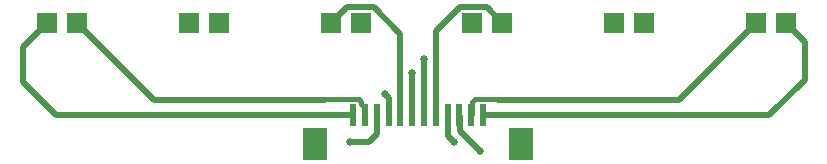
<source format=gbl>
G04*
G04 #@! TF.GenerationSoftware,Altium Limited,Altium Designer,25.8.1 (18)*
G04*
G04 Layer_Physical_Order=2*
G04 Layer_Color=16711680*
%FSLAX25Y25*%
%MOIN*%
G70*
G04*
G04 #@! TF.SameCoordinates,0CE66172-F43F-4570-B83B-1FF72FA804C9*
G04*
G04*
G04 #@! TF.FilePolarity,Positive*
G04*
G01*
G75*
%ADD12C,0.01968*%
%ADD13R,0.07087X0.07087*%
%ADD14C,0.02598*%
%ADD15R,0.08268X0.11024*%
%ADD16R,0.02362X0.07480*%
%ADD17C,0.01575*%
D12*
X250394Y44882D02*
X275984Y70472D01*
X190157Y44882D02*
X250394D01*
X185039Y39764D02*
X280348D01*
X292185Y51601D01*
X285984Y70472D02*
X292185Y64272D01*
Y51601D02*
Y64272D01*
X177362Y34449D02*
X183858Y27953D01*
X177362Y34449D02*
Y39567D01*
X177165Y39764D02*
X177362Y39567D01*
X173228Y32677D02*
X175197Y30709D01*
X173228Y32677D02*
Y39764D01*
X165354D02*
Y58661D01*
X186181Y75787D02*
X191496Y70472D01*
X177219Y75787D02*
X186181D01*
X169291Y67860D02*
X177219Y75787D01*
X169291Y39764D02*
Y67860D01*
X152362Y46680D02*
Y46850D01*
X153543Y39764D02*
Y45499D01*
X152362Y46680D02*
X153543Y45499D01*
X140551Y30709D02*
X146850D01*
X149606Y33465D01*
Y39764D01*
X161417D02*
Y53937D01*
X134252Y70472D02*
X139567Y75787D01*
X148529D01*
X157480Y66836D01*
Y39764D02*
Y66836D01*
X49606Y70472D02*
X75197Y44882D01*
X131890D01*
X31555Y50786D02*
X42577Y39764D01*
X141732D01*
X31555Y50786D02*
Y62421D01*
X39606Y70472D01*
D13*
X275984D02*
D03*
X285984D02*
D03*
X228740D02*
D03*
X238740D02*
D03*
X181496D02*
D03*
X191496D02*
D03*
X134252D02*
D03*
X144252D02*
D03*
X87008D02*
D03*
X97008D02*
D03*
X39606D02*
D03*
X49606D02*
D03*
D14*
X183858Y27953D02*
D03*
X175197Y30709D02*
D03*
X165354Y58661D02*
D03*
X152362Y46850D02*
D03*
X140551Y30709D02*
D03*
X161417Y53937D02*
D03*
D15*
X129134Y30315D02*
D03*
X197638D02*
D03*
D16*
X141732Y39764D02*
D03*
X145669D02*
D03*
X149606D02*
D03*
X153543D02*
D03*
X157480D02*
D03*
X161417D02*
D03*
X165354D02*
D03*
X169291D02*
D03*
X173228D02*
D03*
X177165D02*
D03*
X181102D02*
D03*
X185039D02*
D03*
D17*
X189814Y45225D02*
X190157Y44882D01*
X182419Y45225D02*
X189814D01*
X181496Y44303D02*
X182419Y45225D01*
X181496Y40157D02*
Y44303D01*
X181102Y39764D02*
X181496Y40157D01*
X131890Y44882D02*
X132087Y45079D01*
X143566D01*
X144488Y44156D01*
Y43504D02*
Y44156D01*
Y43504D02*
X145669Y42323D01*
Y39764D02*
Y42323D01*
M02*

</source>
